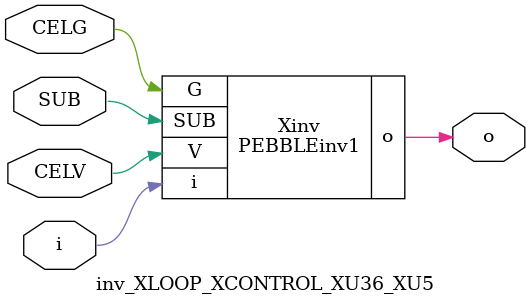
<source format=v>



module PEBBLEinv1 ( o, G, SUB, V, i );

  input V;
  input i;
  input G;
  output o;
  input SUB;
endmodule

//Celera Confidential Do Not Copy inv_XLOOP_XCONTROL_XU36_XU5
//Celera Confidential Symbol Generator
//5V Inverter
module inv_XLOOP_XCONTROL_XU36_XU5 (CELV,CELG,i,o,SUB);
input CELV;
input CELG;
input i;
input SUB;
output o;

//Celera Confidential Do Not Copy inv
PEBBLEinv1 Xinv(
.V (CELV),
.i (i),
.o (o),
.SUB (SUB),
.G (CELG)
);
//,diesize,PEBBLEinv1

//Celera Confidential Do Not Copy Module End
//Celera Schematic Generator
endmodule

</source>
